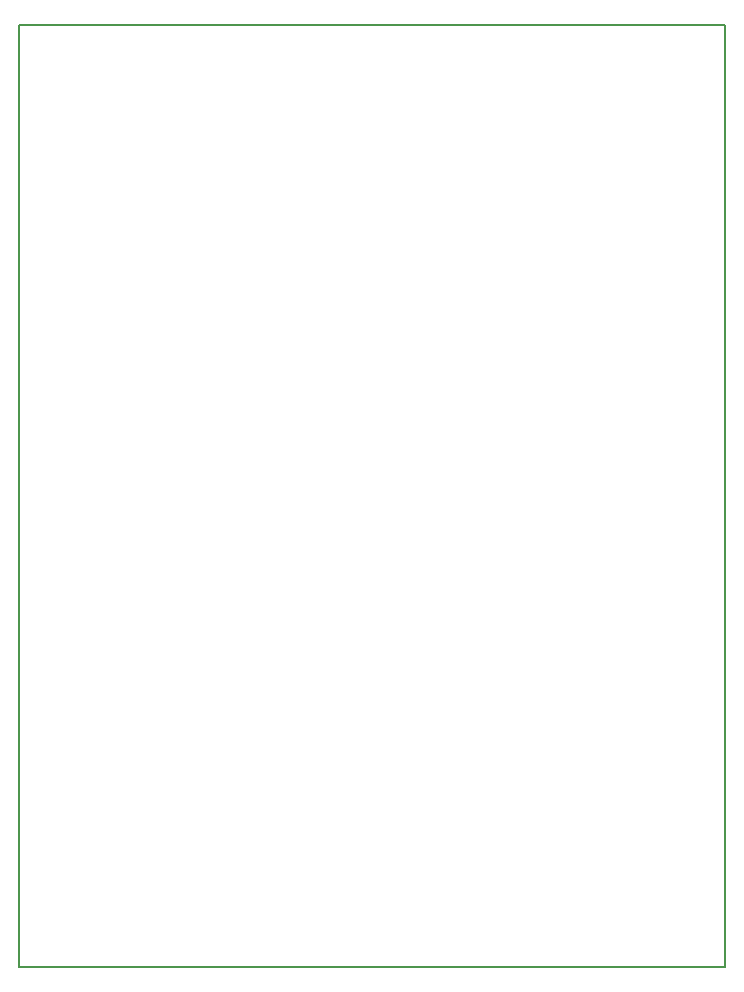
<source format=gm1>
G04 MADE WITH FRITZING*
G04 WWW.FRITZING.ORG*
G04 DOUBLE SIDED*
G04 HOLES PLATED*
G04 CONTOUR ON CENTER OF CONTOUR VECTOR*
%ASAXBY*%
%FSLAX23Y23*%
%MOIN*%
%OFA0B0*%
%SFA1.0B1.0*%
%ADD10R,2.362200X3.149610*%
%ADD11C,0.008000*%
%ADD10C,0.008*%
%LNCONTOUR*%
G90*
G70*
G54D10*
G54D11*
X4Y3146D02*
X2358Y3146D01*
X2358Y4D01*
X4Y4D01*
X4Y3146D01*
D02*
G04 End of contour*
M02*
</source>
